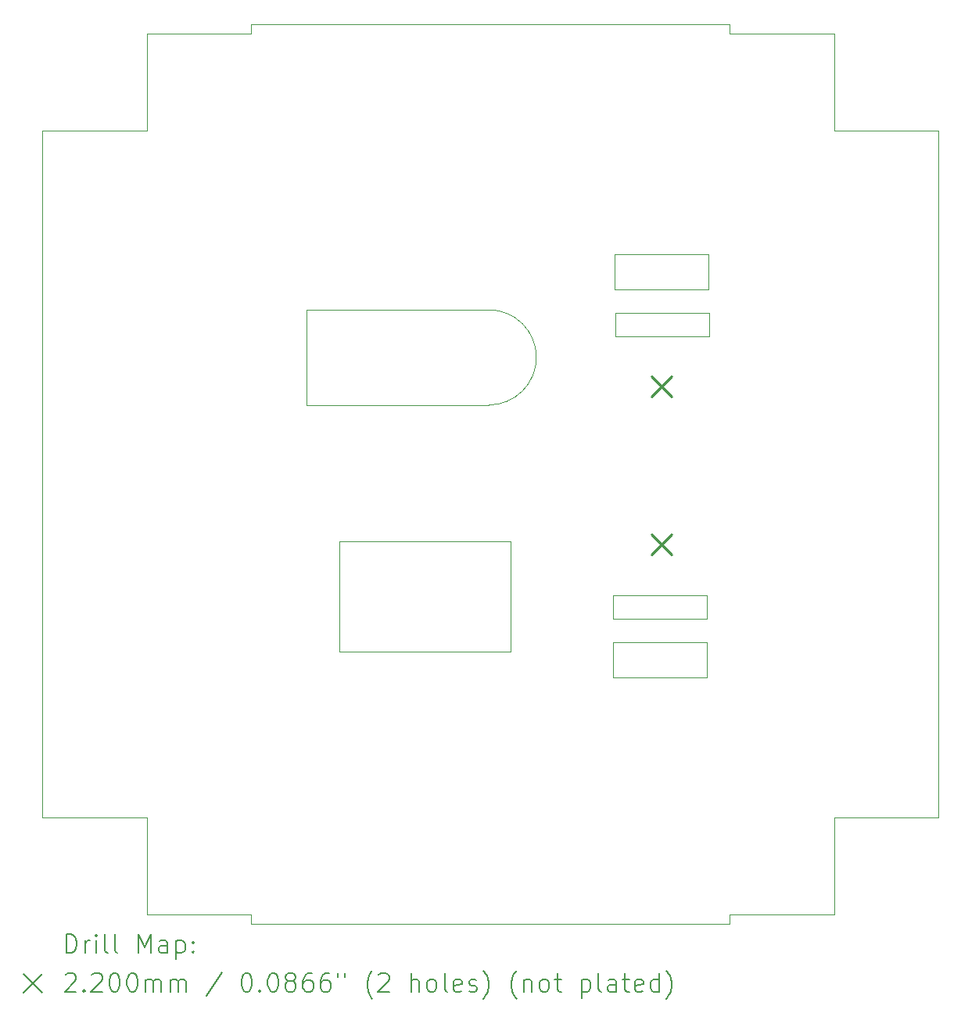
<source format=gbr>
%TF.GenerationSoftware,KiCad,Pcbnew,8.0.8*%
%TF.CreationDate,2025-03-29T22:03:13-04:00*%
%TF.ProjectId,ZPlus_Panel,5a506c75-735f-4506-916e-656c2e6b6963,v1b*%
%TF.SameCoordinates,Original*%
%TF.FileFunction,Drillmap*%
%TF.FilePolarity,Positive*%
%FSLAX45Y45*%
G04 Gerber Fmt 4.5, Leading zero omitted, Abs format (unit mm)*
G04 Created by KiCad (PCBNEW 8.0.8) date 2025-03-29 22:03:13*
%MOMM*%
%LPD*%
G01*
G04 APERTURE LIST*
%ADD10C,0.050000*%
%ADD11C,0.100000*%
%ADD12C,0.200000*%
%ADD13C,0.220000*%
G04 APERTURE END LIST*
D10*
X21985800Y-4080680D02*
X20858400Y-4080680D01*
X20858400Y-3980680D02*
X20858400Y-4080680D01*
X20858400Y-3980680D02*
X15671200Y-3980680D01*
X21985600Y-13613560D02*
X21985600Y-12562000D01*
X15671200Y-4080680D02*
X14543800Y-4080680D01*
X14543800Y-5132240D02*
X13416400Y-5132240D01*
X19614904Y-7102400D02*
X19614904Y-7356400D01*
X21985800Y-5132240D02*
X21985800Y-4080680D01*
X20610904Y-10154400D02*
X20610904Y-10408400D01*
X20610904Y-10408400D02*
X19594904Y-10408400D01*
X20610400Y-10662400D02*
X19594400Y-10662400D01*
X20630400Y-6848400D02*
X20630400Y-6467400D01*
X19614400Y-6467400D02*
X19614400Y-6848400D01*
X19594904Y-10154400D02*
X20610904Y-10154400D01*
X23113000Y-12562000D02*
X21985600Y-12562000D01*
X14543600Y-12562000D02*
X13416200Y-12562000D01*
X20630904Y-7356400D02*
X20630904Y-7102400D01*
X14543800Y-5132240D02*
X14543800Y-4080680D01*
X19594400Y-11043400D02*
X20610400Y-11043400D01*
X20630400Y-6467400D02*
X19614400Y-6467400D01*
X15671000Y-13713560D02*
X15671000Y-13613560D01*
X13416400Y-5132240D02*
X13416200Y-12562000D01*
X15671000Y-13613560D02*
X14543600Y-13613560D01*
X21985600Y-13613560D02*
X20858200Y-13613560D01*
X19594400Y-10662400D02*
X19594400Y-11043400D01*
X20858200Y-13713560D02*
X15671000Y-13713560D01*
X23113000Y-12562000D02*
X23113200Y-5132240D01*
X19594904Y-10408400D02*
X19594904Y-10154400D01*
X23113200Y-5132240D02*
X21985800Y-5132240D01*
X15671200Y-4080680D02*
X15671200Y-3980680D01*
X20630904Y-7102400D02*
X19614904Y-7102400D01*
X19614400Y-6848400D02*
X20630400Y-6848400D01*
X20858200Y-13613560D02*
X20858200Y-13713560D01*
X19614904Y-7356400D02*
X20630904Y-7356400D01*
X14543600Y-13613560D02*
X14543600Y-12562000D01*
X20610400Y-11043400D02*
X20610400Y-10662400D01*
D11*
X16630000Y-9575000D02*
X18482500Y-9575000D01*
X18482500Y-10765000D01*
X16630000Y-10765000D01*
X16630000Y-9575000D01*
X16271045Y-7067500D02*
X16271045Y-8097500D01*
X16271045Y-7067500D02*
X18248545Y-7067500D01*
X16271045Y-8097500D02*
X18248545Y-8097500D01*
X18248545Y-7067500D02*
G75*
G02*
X18248545Y-8097500I205J-515000D01*
G01*
D12*
D13*
X20007000Y-7790000D02*
X20227000Y-8010000D01*
X20227000Y-7790000D02*
X20007000Y-8010000D01*
X20007000Y-9498000D02*
X20227000Y-9718000D01*
X20227000Y-9498000D02*
X20007000Y-9718000D01*
D12*
X13674477Y-14027544D02*
X13674477Y-13827544D01*
X13674477Y-13827544D02*
X13722096Y-13827544D01*
X13722096Y-13827544D02*
X13750667Y-13837068D01*
X13750667Y-13837068D02*
X13769715Y-13856115D01*
X13769715Y-13856115D02*
X13779239Y-13875163D01*
X13779239Y-13875163D02*
X13788762Y-13913258D01*
X13788762Y-13913258D02*
X13788762Y-13941829D01*
X13788762Y-13941829D02*
X13779239Y-13979925D01*
X13779239Y-13979925D02*
X13769715Y-13998972D01*
X13769715Y-13998972D02*
X13750667Y-14018020D01*
X13750667Y-14018020D02*
X13722096Y-14027544D01*
X13722096Y-14027544D02*
X13674477Y-14027544D01*
X13874477Y-14027544D02*
X13874477Y-13894210D01*
X13874477Y-13932306D02*
X13884001Y-13913258D01*
X13884001Y-13913258D02*
X13893524Y-13903734D01*
X13893524Y-13903734D02*
X13912572Y-13894210D01*
X13912572Y-13894210D02*
X13931620Y-13894210D01*
X13998286Y-14027544D02*
X13998286Y-13894210D01*
X13998286Y-13827544D02*
X13988762Y-13837068D01*
X13988762Y-13837068D02*
X13998286Y-13846591D01*
X13998286Y-13846591D02*
X14007810Y-13837068D01*
X14007810Y-13837068D02*
X13998286Y-13827544D01*
X13998286Y-13827544D02*
X13998286Y-13846591D01*
X14122096Y-14027544D02*
X14103048Y-14018020D01*
X14103048Y-14018020D02*
X14093524Y-13998972D01*
X14093524Y-13998972D02*
X14093524Y-13827544D01*
X14226858Y-14027544D02*
X14207810Y-14018020D01*
X14207810Y-14018020D02*
X14198286Y-13998972D01*
X14198286Y-13998972D02*
X14198286Y-13827544D01*
X14455429Y-14027544D02*
X14455429Y-13827544D01*
X14455429Y-13827544D02*
X14522096Y-13970401D01*
X14522096Y-13970401D02*
X14588762Y-13827544D01*
X14588762Y-13827544D02*
X14588762Y-14027544D01*
X14769715Y-14027544D02*
X14769715Y-13922782D01*
X14769715Y-13922782D02*
X14760191Y-13903734D01*
X14760191Y-13903734D02*
X14741143Y-13894210D01*
X14741143Y-13894210D02*
X14703048Y-13894210D01*
X14703048Y-13894210D02*
X14684001Y-13903734D01*
X14769715Y-14018020D02*
X14750667Y-14027544D01*
X14750667Y-14027544D02*
X14703048Y-14027544D01*
X14703048Y-14027544D02*
X14684001Y-14018020D01*
X14684001Y-14018020D02*
X14674477Y-13998972D01*
X14674477Y-13998972D02*
X14674477Y-13979925D01*
X14674477Y-13979925D02*
X14684001Y-13960877D01*
X14684001Y-13960877D02*
X14703048Y-13951353D01*
X14703048Y-13951353D02*
X14750667Y-13951353D01*
X14750667Y-13951353D02*
X14769715Y-13941829D01*
X14864953Y-13894210D02*
X14864953Y-14094210D01*
X14864953Y-13903734D02*
X14884001Y-13894210D01*
X14884001Y-13894210D02*
X14922096Y-13894210D01*
X14922096Y-13894210D02*
X14941143Y-13903734D01*
X14941143Y-13903734D02*
X14950667Y-13913258D01*
X14950667Y-13913258D02*
X14960191Y-13932306D01*
X14960191Y-13932306D02*
X14960191Y-13989448D01*
X14960191Y-13989448D02*
X14950667Y-14008496D01*
X14950667Y-14008496D02*
X14941143Y-14018020D01*
X14941143Y-14018020D02*
X14922096Y-14027544D01*
X14922096Y-14027544D02*
X14884001Y-14027544D01*
X14884001Y-14027544D02*
X14864953Y-14018020D01*
X15045905Y-14008496D02*
X15055429Y-14018020D01*
X15055429Y-14018020D02*
X15045905Y-14027544D01*
X15045905Y-14027544D02*
X15036382Y-14018020D01*
X15036382Y-14018020D02*
X15045905Y-14008496D01*
X15045905Y-14008496D02*
X15045905Y-14027544D01*
X15045905Y-13903734D02*
X15055429Y-13913258D01*
X15055429Y-13913258D02*
X15045905Y-13922782D01*
X15045905Y-13922782D02*
X15036382Y-13913258D01*
X15036382Y-13913258D02*
X15045905Y-13903734D01*
X15045905Y-13903734D02*
X15045905Y-13922782D01*
X13213700Y-14256060D02*
X13413700Y-14456060D01*
X13413700Y-14256060D02*
X13213700Y-14456060D01*
X13664953Y-14266591D02*
X13674477Y-14257068D01*
X13674477Y-14257068D02*
X13693524Y-14247544D01*
X13693524Y-14247544D02*
X13741143Y-14247544D01*
X13741143Y-14247544D02*
X13760191Y-14257068D01*
X13760191Y-14257068D02*
X13769715Y-14266591D01*
X13769715Y-14266591D02*
X13779239Y-14285639D01*
X13779239Y-14285639D02*
X13779239Y-14304687D01*
X13779239Y-14304687D02*
X13769715Y-14333258D01*
X13769715Y-14333258D02*
X13655429Y-14447544D01*
X13655429Y-14447544D02*
X13779239Y-14447544D01*
X13864953Y-14428496D02*
X13874477Y-14438020D01*
X13874477Y-14438020D02*
X13864953Y-14447544D01*
X13864953Y-14447544D02*
X13855429Y-14438020D01*
X13855429Y-14438020D02*
X13864953Y-14428496D01*
X13864953Y-14428496D02*
X13864953Y-14447544D01*
X13950667Y-14266591D02*
X13960191Y-14257068D01*
X13960191Y-14257068D02*
X13979239Y-14247544D01*
X13979239Y-14247544D02*
X14026858Y-14247544D01*
X14026858Y-14247544D02*
X14045905Y-14257068D01*
X14045905Y-14257068D02*
X14055429Y-14266591D01*
X14055429Y-14266591D02*
X14064953Y-14285639D01*
X14064953Y-14285639D02*
X14064953Y-14304687D01*
X14064953Y-14304687D02*
X14055429Y-14333258D01*
X14055429Y-14333258D02*
X13941143Y-14447544D01*
X13941143Y-14447544D02*
X14064953Y-14447544D01*
X14188762Y-14247544D02*
X14207810Y-14247544D01*
X14207810Y-14247544D02*
X14226858Y-14257068D01*
X14226858Y-14257068D02*
X14236382Y-14266591D01*
X14236382Y-14266591D02*
X14245905Y-14285639D01*
X14245905Y-14285639D02*
X14255429Y-14323734D01*
X14255429Y-14323734D02*
X14255429Y-14371353D01*
X14255429Y-14371353D02*
X14245905Y-14409448D01*
X14245905Y-14409448D02*
X14236382Y-14428496D01*
X14236382Y-14428496D02*
X14226858Y-14438020D01*
X14226858Y-14438020D02*
X14207810Y-14447544D01*
X14207810Y-14447544D02*
X14188762Y-14447544D01*
X14188762Y-14447544D02*
X14169715Y-14438020D01*
X14169715Y-14438020D02*
X14160191Y-14428496D01*
X14160191Y-14428496D02*
X14150667Y-14409448D01*
X14150667Y-14409448D02*
X14141143Y-14371353D01*
X14141143Y-14371353D02*
X14141143Y-14323734D01*
X14141143Y-14323734D02*
X14150667Y-14285639D01*
X14150667Y-14285639D02*
X14160191Y-14266591D01*
X14160191Y-14266591D02*
X14169715Y-14257068D01*
X14169715Y-14257068D02*
X14188762Y-14247544D01*
X14379239Y-14247544D02*
X14398286Y-14247544D01*
X14398286Y-14247544D02*
X14417334Y-14257068D01*
X14417334Y-14257068D02*
X14426858Y-14266591D01*
X14426858Y-14266591D02*
X14436382Y-14285639D01*
X14436382Y-14285639D02*
X14445905Y-14323734D01*
X14445905Y-14323734D02*
X14445905Y-14371353D01*
X14445905Y-14371353D02*
X14436382Y-14409448D01*
X14436382Y-14409448D02*
X14426858Y-14428496D01*
X14426858Y-14428496D02*
X14417334Y-14438020D01*
X14417334Y-14438020D02*
X14398286Y-14447544D01*
X14398286Y-14447544D02*
X14379239Y-14447544D01*
X14379239Y-14447544D02*
X14360191Y-14438020D01*
X14360191Y-14438020D02*
X14350667Y-14428496D01*
X14350667Y-14428496D02*
X14341143Y-14409448D01*
X14341143Y-14409448D02*
X14331620Y-14371353D01*
X14331620Y-14371353D02*
X14331620Y-14323734D01*
X14331620Y-14323734D02*
X14341143Y-14285639D01*
X14341143Y-14285639D02*
X14350667Y-14266591D01*
X14350667Y-14266591D02*
X14360191Y-14257068D01*
X14360191Y-14257068D02*
X14379239Y-14247544D01*
X14531620Y-14447544D02*
X14531620Y-14314210D01*
X14531620Y-14333258D02*
X14541143Y-14323734D01*
X14541143Y-14323734D02*
X14560191Y-14314210D01*
X14560191Y-14314210D02*
X14588763Y-14314210D01*
X14588763Y-14314210D02*
X14607810Y-14323734D01*
X14607810Y-14323734D02*
X14617334Y-14342782D01*
X14617334Y-14342782D02*
X14617334Y-14447544D01*
X14617334Y-14342782D02*
X14626858Y-14323734D01*
X14626858Y-14323734D02*
X14645905Y-14314210D01*
X14645905Y-14314210D02*
X14674477Y-14314210D01*
X14674477Y-14314210D02*
X14693524Y-14323734D01*
X14693524Y-14323734D02*
X14703048Y-14342782D01*
X14703048Y-14342782D02*
X14703048Y-14447544D01*
X14798286Y-14447544D02*
X14798286Y-14314210D01*
X14798286Y-14333258D02*
X14807810Y-14323734D01*
X14807810Y-14323734D02*
X14826858Y-14314210D01*
X14826858Y-14314210D02*
X14855429Y-14314210D01*
X14855429Y-14314210D02*
X14874477Y-14323734D01*
X14874477Y-14323734D02*
X14884001Y-14342782D01*
X14884001Y-14342782D02*
X14884001Y-14447544D01*
X14884001Y-14342782D02*
X14893524Y-14323734D01*
X14893524Y-14323734D02*
X14912572Y-14314210D01*
X14912572Y-14314210D02*
X14941143Y-14314210D01*
X14941143Y-14314210D02*
X14960191Y-14323734D01*
X14960191Y-14323734D02*
X14969715Y-14342782D01*
X14969715Y-14342782D02*
X14969715Y-14447544D01*
X15360191Y-14238020D02*
X15188763Y-14495163D01*
X15617334Y-14247544D02*
X15636382Y-14247544D01*
X15636382Y-14247544D02*
X15655429Y-14257068D01*
X15655429Y-14257068D02*
X15664953Y-14266591D01*
X15664953Y-14266591D02*
X15674477Y-14285639D01*
X15674477Y-14285639D02*
X15684001Y-14323734D01*
X15684001Y-14323734D02*
X15684001Y-14371353D01*
X15684001Y-14371353D02*
X15674477Y-14409448D01*
X15674477Y-14409448D02*
X15664953Y-14428496D01*
X15664953Y-14428496D02*
X15655429Y-14438020D01*
X15655429Y-14438020D02*
X15636382Y-14447544D01*
X15636382Y-14447544D02*
X15617334Y-14447544D01*
X15617334Y-14447544D02*
X15598286Y-14438020D01*
X15598286Y-14438020D02*
X15588763Y-14428496D01*
X15588763Y-14428496D02*
X15579239Y-14409448D01*
X15579239Y-14409448D02*
X15569715Y-14371353D01*
X15569715Y-14371353D02*
X15569715Y-14323734D01*
X15569715Y-14323734D02*
X15579239Y-14285639D01*
X15579239Y-14285639D02*
X15588763Y-14266591D01*
X15588763Y-14266591D02*
X15598286Y-14257068D01*
X15598286Y-14257068D02*
X15617334Y-14247544D01*
X15769715Y-14428496D02*
X15779239Y-14438020D01*
X15779239Y-14438020D02*
X15769715Y-14447544D01*
X15769715Y-14447544D02*
X15760191Y-14438020D01*
X15760191Y-14438020D02*
X15769715Y-14428496D01*
X15769715Y-14428496D02*
X15769715Y-14447544D01*
X15903048Y-14247544D02*
X15922096Y-14247544D01*
X15922096Y-14247544D02*
X15941144Y-14257068D01*
X15941144Y-14257068D02*
X15950667Y-14266591D01*
X15950667Y-14266591D02*
X15960191Y-14285639D01*
X15960191Y-14285639D02*
X15969715Y-14323734D01*
X15969715Y-14323734D02*
X15969715Y-14371353D01*
X15969715Y-14371353D02*
X15960191Y-14409448D01*
X15960191Y-14409448D02*
X15950667Y-14428496D01*
X15950667Y-14428496D02*
X15941144Y-14438020D01*
X15941144Y-14438020D02*
X15922096Y-14447544D01*
X15922096Y-14447544D02*
X15903048Y-14447544D01*
X15903048Y-14447544D02*
X15884001Y-14438020D01*
X15884001Y-14438020D02*
X15874477Y-14428496D01*
X15874477Y-14428496D02*
X15864953Y-14409448D01*
X15864953Y-14409448D02*
X15855429Y-14371353D01*
X15855429Y-14371353D02*
X15855429Y-14323734D01*
X15855429Y-14323734D02*
X15864953Y-14285639D01*
X15864953Y-14285639D02*
X15874477Y-14266591D01*
X15874477Y-14266591D02*
X15884001Y-14257068D01*
X15884001Y-14257068D02*
X15903048Y-14247544D01*
X16084001Y-14333258D02*
X16064953Y-14323734D01*
X16064953Y-14323734D02*
X16055429Y-14314210D01*
X16055429Y-14314210D02*
X16045906Y-14295163D01*
X16045906Y-14295163D02*
X16045906Y-14285639D01*
X16045906Y-14285639D02*
X16055429Y-14266591D01*
X16055429Y-14266591D02*
X16064953Y-14257068D01*
X16064953Y-14257068D02*
X16084001Y-14247544D01*
X16084001Y-14247544D02*
X16122096Y-14247544D01*
X16122096Y-14247544D02*
X16141144Y-14257068D01*
X16141144Y-14257068D02*
X16150667Y-14266591D01*
X16150667Y-14266591D02*
X16160191Y-14285639D01*
X16160191Y-14285639D02*
X16160191Y-14295163D01*
X16160191Y-14295163D02*
X16150667Y-14314210D01*
X16150667Y-14314210D02*
X16141144Y-14323734D01*
X16141144Y-14323734D02*
X16122096Y-14333258D01*
X16122096Y-14333258D02*
X16084001Y-14333258D01*
X16084001Y-14333258D02*
X16064953Y-14342782D01*
X16064953Y-14342782D02*
X16055429Y-14352306D01*
X16055429Y-14352306D02*
X16045906Y-14371353D01*
X16045906Y-14371353D02*
X16045906Y-14409448D01*
X16045906Y-14409448D02*
X16055429Y-14428496D01*
X16055429Y-14428496D02*
X16064953Y-14438020D01*
X16064953Y-14438020D02*
X16084001Y-14447544D01*
X16084001Y-14447544D02*
X16122096Y-14447544D01*
X16122096Y-14447544D02*
X16141144Y-14438020D01*
X16141144Y-14438020D02*
X16150667Y-14428496D01*
X16150667Y-14428496D02*
X16160191Y-14409448D01*
X16160191Y-14409448D02*
X16160191Y-14371353D01*
X16160191Y-14371353D02*
X16150667Y-14352306D01*
X16150667Y-14352306D02*
X16141144Y-14342782D01*
X16141144Y-14342782D02*
X16122096Y-14333258D01*
X16331620Y-14247544D02*
X16293525Y-14247544D01*
X16293525Y-14247544D02*
X16274477Y-14257068D01*
X16274477Y-14257068D02*
X16264953Y-14266591D01*
X16264953Y-14266591D02*
X16245906Y-14295163D01*
X16245906Y-14295163D02*
X16236382Y-14333258D01*
X16236382Y-14333258D02*
X16236382Y-14409448D01*
X16236382Y-14409448D02*
X16245906Y-14428496D01*
X16245906Y-14428496D02*
X16255429Y-14438020D01*
X16255429Y-14438020D02*
X16274477Y-14447544D01*
X16274477Y-14447544D02*
X16312572Y-14447544D01*
X16312572Y-14447544D02*
X16331620Y-14438020D01*
X16331620Y-14438020D02*
X16341144Y-14428496D01*
X16341144Y-14428496D02*
X16350667Y-14409448D01*
X16350667Y-14409448D02*
X16350667Y-14361829D01*
X16350667Y-14361829D02*
X16341144Y-14342782D01*
X16341144Y-14342782D02*
X16331620Y-14333258D01*
X16331620Y-14333258D02*
X16312572Y-14323734D01*
X16312572Y-14323734D02*
X16274477Y-14323734D01*
X16274477Y-14323734D02*
X16255429Y-14333258D01*
X16255429Y-14333258D02*
X16245906Y-14342782D01*
X16245906Y-14342782D02*
X16236382Y-14361829D01*
X16522096Y-14247544D02*
X16484001Y-14247544D01*
X16484001Y-14247544D02*
X16464953Y-14257068D01*
X16464953Y-14257068D02*
X16455429Y-14266591D01*
X16455429Y-14266591D02*
X16436382Y-14295163D01*
X16436382Y-14295163D02*
X16426858Y-14333258D01*
X16426858Y-14333258D02*
X16426858Y-14409448D01*
X16426858Y-14409448D02*
X16436382Y-14428496D01*
X16436382Y-14428496D02*
X16445906Y-14438020D01*
X16445906Y-14438020D02*
X16464953Y-14447544D01*
X16464953Y-14447544D02*
X16503048Y-14447544D01*
X16503048Y-14447544D02*
X16522096Y-14438020D01*
X16522096Y-14438020D02*
X16531620Y-14428496D01*
X16531620Y-14428496D02*
X16541144Y-14409448D01*
X16541144Y-14409448D02*
X16541144Y-14361829D01*
X16541144Y-14361829D02*
X16531620Y-14342782D01*
X16531620Y-14342782D02*
X16522096Y-14333258D01*
X16522096Y-14333258D02*
X16503048Y-14323734D01*
X16503048Y-14323734D02*
X16464953Y-14323734D01*
X16464953Y-14323734D02*
X16445906Y-14333258D01*
X16445906Y-14333258D02*
X16436382Y-14342782D01*
X16436382Y-14342782D02*
X16426858Y-14361829D01*
X16617334Y-14247544D02*
X16617334Y-14285639D01*
X16693525Y-14247544D02*
X16693525Y-14285639D01*
X16988763Y-14523734D02*
X16979239Y-14514210D01*
X16979239Y-14514210D02*
X16960191Y-14485639D01*
X16960191Y-14485639D02*
X16950668Y-14466591D01*
X16950668Y-14466591D02*
X16941144Y-14438020D01*
X16941144Y-14438020D02*
X16931620Y-14390401D01*
X16931620Y-14390401D02*
X16931620Y-14352306D01*
X16931620Y-14352306D02*
X16941144Y-14304687D01*
X16941144Y-14304687D02*
X16950668Y-14276115D01*
X16950668Y-14276115D02*
X16960191Y-14257068D01*
X16960191Y-14257068D02*
X16979239Y-14228496D01*
X16979239Y-14228496D02*
X16988763Y-14218972D01*
X17055430Y-14266591D02*
X17064953Y-14257068D01*
X17064953Y-14257068D02*
X17084001Y-14247544D01*
X17084001Y-14247544D02*
X17131620Y-14247544D01*
X17131620Y-14247544D02*
X17150668Y-14257068D01*
X17150668Y-14257068D02*
X17160191Y-14266591D01*
X17160191Y-14266591D02*
X17169715Y-14285639D01*
X17169715Y-14285639D02*
X17169715Y-14304687D01*
X17169715Y-14304687D02*
X17160191Y-14333258D01*
X17160191Y-14333258D02*
X17045906Y-14447544D01*
X17045906Y-14447544D02*
X17169715Y-14447544D01*
X17407811Y-14447544D02*
X17407811Y-14247544D01*
X17493525Y-14447544D02*
X17493525Y-14342782D01*
X17493525Y-14342782D02*
X17484001Y-14323734D01*
X17484001Y-14323734D02*
X17464953Y-14314210D01*
X17464953Y-14314210D02*
X17436382Y-14314210D01*
X17436382Y-14314210D02*
X17417334Y-14323734D01*
X17417334Y-14323734D02*
X17407811Y-14333258D01*
X17617334Y-14447544D02*
X17598287Y-14438020D01*
X17598287Y-14438020D02*
X17588763Y-14428496D01*
X17588763Y-14428496D02*
X17579239Y-14409448D01*
X17579239Y-14409448D02*
X17579239Y-14352306D01*
X17579239Y-14352306D02*
X17588763Y-14333258D01*
X17588763Y-14333258D02*
X17598287Y-14323734D01*
X17598287Y-14323734D02*
X17617334Y-14314210D01*
X17617334Y-14314210D02*
X17645906Y-14314210D01*
X17645906Y-14314210D02*
X17664953Y-14323734D01*
X17664953Y-14323734D02*
X17674477Y-14333258D01*
X17674477Y-14333258D02*
X17684001Y-14352306D01*
X17684001Y-14352306D02*
X17684001Y-14409448D01*
X17684001Y-14409448D02*
X17674477Y-14428496D01*
X17674477Y-14428496D02*
X17664953Y-14438020D01*
X17664953Y-14438020D02*
X17645906Y-14447544D01*
X17645906Y-14447544D02*
X17617334Y-14447544D01*
X17798287Y-14447544D02*
X17779239Y-14438020D01*
X17779239Y-14438020D02*
X17769715Y-14418972D01*
X17769715Y-14418972D02*
X17769715Y-14247544D01*
X17950668Y-14438020D02*
X17931620Y-14447544D01*
X17931620Y-14447544D02*
X17893525Y-14447544D01*
X17893525Y-14447544D02*
X17874477Y-14438020D01*
X17874477Y-14438020D02*
X17864953Y-14418972D01*
X17864953Y-14418972D02*
X17864953Y-14342782D01*
X17864953Y-14342782D02*
X17874477Y-14323734D01*
X17874477Y-14323734D02*
X17893525Y-14314210D01*
X17893525Y-14314210D02*
X17931620Y-14314210D01*
X17931620Y-14314210D02*
X17950668Y-14323734D01*
X17950668Y-14323734D02*
X17960192Y-14342782D01*
X17960192Y-14342782D02*
X17960192Y-14361829D01*
X17960192Y-14361829D02*
X17864953Y-14380877D01*
X18036382Y-14438020D02*
X18055430Y-14447544D01*
X18055430Y-14447544D02*
X18093525Y-14447544D01*
X18093525Y-14447544D02*
X18112573Y-14438020D01*
X18112573Y-14438020D02*
X18122096Y-14418972D01*
X18122096Y-14418972D02*
X18122096Y-14409448D01*
X18122096Y-14409448D02*
X18112573Y-14390401D01*
X18112573Y-14390401D02*
X18093525Y-14380877D01*
X18093525Y-14380877D02*
X18064953Y-14380877D01*
X18064953Y-14380877D02*
X18045906Y-14371353D01*
X18045906Y-14371353D02*
X18036382Y-14352306D01*
X18036382Y-14352306D02*
X18036382Y-14342782D01*
X18036382Y-14342782D02*
X18045906Y-14323734D01*
X18045906Y-14323734D02*
X18064953Y-14314210D01*
X18064953Y-14314210D02*
X18093525Y-14314210D01*
X18093525Y-14314210D02*
X18112573Y-14323734D01*
X18188763Y-14523734D02*
X18198287Y-14514210D01*
X18198287Y-14514210D02*
X18217334Y-14485639D01*
X18217334Y-14485639D02*
X18226858Y-14466591D01*
X18226858Y-14466591D02*
X18236382Y-14438020D01*
X18236382Y-14438020D02*
X18245906Y-14390401D01*
X18245906Y-14390401D02*
X18245906Y-14352306D01*
X18245906Y-14352306D02*
X18236382Y-14304687D01*
X18236382Y-14304687D02*
X18226858Y-14276115D01*
X18226858Y-14276115D02*
X18217334Y-14257068D01*
X18217334Y-14257068D02*
X18198287Y-14228496D01*
X18198287Y-14228496D02*
X18188763Y-14218972D01*
X18550668Y-14523734D02*
X18541144Y-14514210D01*
X18541144Y-14514210D02*
X18522096Y-14485639D01*
X18522096Y-14485639D02*
X18512573Y-14466591D01*
X18512573Y-14466591D02*
X18503049Y-14438020D01*
X18503049Y-14438020D02*
X18493525Y-14390401D01*
X18493525Y-14390401D02*
X18493525Y-14352306D01*
X18493525Y-14352306D02*
X18503049Y-14304687D01*
X18503049Y-14304687D02*
X18512573Y-14276115D01*
X18512573Y-14276115D02*
X18522096Y-14257068D01*
X18522096Y-14257068D02*
X18541144Y-14228496D01*
X18541144Y-14228496D02*
X18550668Y-14218972D01*
X18626858Y-14314210D02*
X18626858Y-14447544D01*
X18626858Y-14333258D02*
X18636382Y-14323734D01*
X18636382Y-14323734D02*
X18655430Y-14314210D01*
X18655430Y-14314210D02*
X18684001Y-14314210D01*
X18684001Y-14314210D02*
X18703049Y-14323734D01*
X18703049Y-14323734D02*
X18712573Y-14342782D01*
X18712573Y-14342782D02*
X18712573Y-14447544D01*
X18836382Y-14447544D02*
X18817334Y-14438020D01*
X18817334Y-14438020D02*
X18807811Y-14428496D01*
X18807811Y-14428496D02*
X18798287Y-14409448D01*
X18798287Y-14409448D02*
X18798287Y-14352306D01*
X18798287Y-14352306D02*
X18807811Y-14333258D01*
X18807811Y-14333258D02*
X18817334Y-14323734D01*
X18817334Y-14323734D02*
X18836382Y-14314210D01*
X18836382Y-14314210D02*
X18864954Y-14314210D01*
X18864954Y-14314210D02*
X18884001Y-14323734D01*
X18884001Y-14323734D02*
X18893525Y-14333258D01*
X18893525Y-14333258D02*
X18903049Y-14352306D01*
X18903049Y-14352306D02*
X18903049Y-14409448D01*
X18903049Y-14409448D02*
X18893525Y-14428496D01*
X18893525Y-14428496D02*
X18884001Y-14438020D01*
X18884001Y-14438020D02*
X18864954Y-14447544D01*
X18864954Y-14447544D02*
X18836382Y-14447544D01*
X18960192Y-14314210D02*
X19036382Y-14314210D01*
X18988763Y-14247544D02*
X18988763Y-14418972D01*
X18988763Y-14418972D02*
X18998287Y-14438020D01*
X18998287Y-14438020D02*
X19017334Y-14447544D01*
X19017334Y-14447544D02*
X19036382Y-14447544D01*
X19255430Y-14314210D02*
X19255430Y-14514210D01*
X19255430Y-14323734D02*
X19274477Y-14314210D01*
X19274477Y-14314210D02*
X19312573Y-14314210D01*
X19312573Y-14314210D02*
X19331620Y-14323734D01*
X19331620Y-14323734D02*
X19341144Y-14333258D01*
X19341144Y-14333258D02*
X19350668Y-14352306D01*
X19350668Y-14352306D02*
X19350668Y-14409448D01*
X19350668Y-14409448D02*
X19341144Y-14428496D01*
X19341144Y-14428496D02*
X19331620Y-14438020D01*
X19331620Y-14438020D02*
X19312573Y-14447544D01*
X19312573Y-14447544D02*
X19274477Y-14447544D01*
X19274477Y-14447544D02*
X19255430Y-14438020D01*
X19464954Y-14447544D02*
X19445906Y-14438020D01*
X19445906Y-14438020D02*
X19436382Y-14418972D01*
X19436382Y-14418972D02*
X19436382Y-14247544D01*
X19626858Y-14447544D02*
X19626858Y-14342782D01*
X19626858Y-14342782D02*
X19617335Y-14323734D01*
X19617335Y-14323734D02*
X19598287Y-14314210D01*
X19598287Y-14314210D02*
X19560192Y-14314210D01*
X19560192Y-14314210D02*
X19541144Y-14323734D01*
X19626858Y-14438020D02*
X19607811Y-14447544D01*
X19607811Y-14447544D02*
X19560192Y-14447544D01*
X19560192Y-14447544D02*
X19541144Y-14438020D01*
X19541144Y-14438020D02*
X19531620Y-14418972D01*
X19531620Y-14418972D02*
X19531620Y-14399925D01*
X19531620Y-14399925D02*
X19541144Y-14380877D01*
X19541144Y-14380877D02*
X19560192Y-14371353D01*
X19560192Y-14371353D02*
X19607811Y-14371353D01*
X19607811Y-14371353D02*
X19626858Y-14361829D01*
X19693525Y-14314210D02*
X19769715Y-14314210D01*
X19722096Y-14247544D02*
X19722096Y-14418972D01*
X19722096Y-14418972D02*
X19731620Y-14438020D01*
X19731620Y-14438020D02*
X19750668Y-14447544D01*
X19750668Y-14447544D02*
X19769715Y-14447544D01*
X19912573Y-14438020D02*
X19893525Y-14447544D01*
X19893525Y-14447544D02*
X19855430Y-14447544D01*
X19855430Y-14447544D02*
X19836382Y-14438020D01*
X19836382Y-14438020D02*
X19826858Y-14418972D01*
X19826858Y-14418972D02*
X19826858Y-14342782D01*
X19826858Y-14342782D02*
X19836382Y-14323734D01*
X19836382Y-14323734D02*
X19855430Y-14314210D01*
X19855430Y-14314210D02*
X19893525Y-14314210D01*
X19893525Y-14314210D02*
X19912573Y-14323734D01*
X19912573Y-14323734D02*
X19922096Y-14342782D01*
X19922096Y-14342782D02*
X19922096Y-14361829D01*
X19922096Y-14361829D02*
X19826858Y-14380877D01*
X20093525Y-14447544D02*
X20093525Y-14247544D01*
X20093525Y-14438020D02*
X20074477Y-14447544D01*
X20074477Y-14447544D02*
X20036382Y-14447544D01*
X20036382Y-14447544D02*
X20017335Y-14438020D01*
X20017335Y-14438020D02*
X20007811Y-14428496D01*
X20007811Y-14428496D02*
X19998287Y-14409448D01*
X19998287Y-14409448D02*
X19998287Y-14352306D01*
X19998287Y-14352306D02*
X20007811Y-14333258D01*
X20007811Y-14333258D02*
X20017335Y-14323734D01*
X20017335Y-14323734D02*
X20036382Y-14314210D01*
X20036382Y-14314210D02*
X20074477Y-14314210D01*
X20074477Y-14314210D02*
X20093525Y-14323734D01*
X20169716Y-14523734D02*
X20179239Y-14514210D01*
X20179239Y-14514210D02*
X20198287Y-14485639D01*
X20198287Y-14485639D02*
X20207811Y-14466591D01*
X20207811Y-14466591D02*
X20217335Y-14438020D01*
X20217335Y-14438020D02*
X20226858Y-14390401D01*
X20226858Y-14390401D02*
X20226858Y-14352306D01*
X20226858Y-14352306D02*
X20217335Y-14304687D01*
X20217335Y-14304687D02*
X20207811Y-14276115D01*
X20207811Y-14276115D02*
X20198287Y-14257068D01*
X20198287Y-14257068D02*
X20179239Y-14228496D01*
X20179239Y-14228496D02*
X20169716Y-14218972D01*
M02*

</source>
